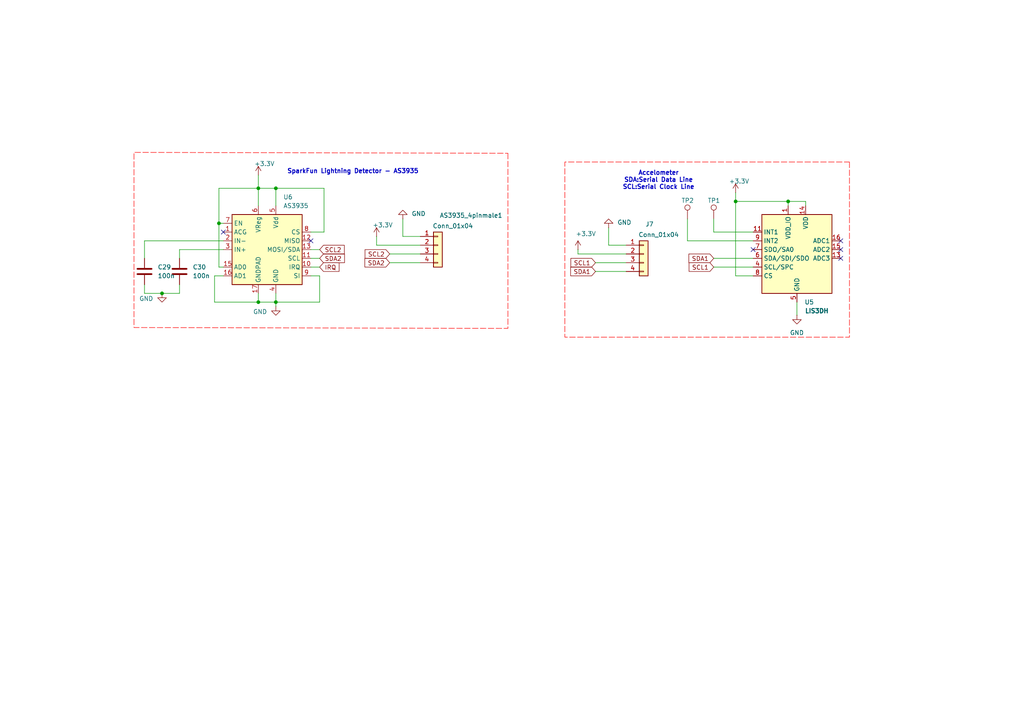
<source format=kicad_sch>
(kicad_sch
	(version 20250114)
	(generator "eeschema")
	(generator_version "9.0")
	(uuid "0506c0d7-8594-42ae-b254-8ad44f682d0c")
	(paper "A4")
	(lib_symbols
		(symbol "Connector:TestPoint"
			(pin_numbers
				(hide yes)
			)
			(pin_names
				(offset 0.762)
				(hide yes)
			)
			(exclude_from_sim no)
			(in_bom yes)
			(on_board yes)
			(property "Reference" "TP"
				(at 0 6.858 0)
				(effects
					(font
						(size 1.27 1.27)
					)
				)
			)
			(property "Value" "TestPoint"
				(at 0 5.08 0)
				(effects
					(font
						(size 1.27 1.27)
					)
				)
			)
			(property "Footprint" ""
				(at 5.08 0 0)
				(effects
					(font
						(size 1.27 1.27)
					)
					(hide yes)
				)
			)
			(property "Datasheet" "~"
				(at 5.08 0 0)
				(effects
					(font
						(size 1.27 1.27)
					)
					(hide yes)
				)
			)
			(property "Description" "test point"
				(at 0 0 0)
				(effects
					(font
						(size 1.27 1.27)
					)
					(hide yes)
				)
			)
			(property "ki_keywords" "test point tp"
				(at 0 0 0)
				(effects
					(font
						(size 1.27 1.27)
					)
					(hide yes)
				)
			)
			(property "ki_fp_filters" "Pin* Test*"
				(at 0 0 0)
				(effects
					(font
						(size 1.27 1.27)
					)
					(hide yes)
				)
			)
			(symbol "TestPoint_0_1"
				(circle
					(center 0 3.302)
					(radius 0.762)
					(stroke
						(width 0)
						(type default)
					)
					(fill
						(type none)
					)
				)
			)
			(symbol "TestPoint_1_1"
				(pin passive line
					(at 0 0 90)
					(length 2.54)
					(name "1"
						(effects
							(font
								(size 1.27 1.27)
							)
						)
					)
					(number "1"
						(effects
							(font
								(size 1.27 1.27)
							)
						)
					)
				)
			)
			(embedded_fonts no)
		)
		(symbol "Connector_Generic:Conn_01x04"
			(pin_names
				(offset 1.016)
				(hide yes)
			)
			(exclude_from_sim no)
			(in_bom yes)
			(on_board yes)
			(property "Reference" "J"
				(at 0 5.08 0)
				(effects
					(font
						(size 1.27 1.27)
					)
				)
			)
			(property "Value" "Conn_01x04"
				(at 0 -7.62 0)
				(effects
					(font
						(size 1.27 1.27)
					)
				)
			)
			(property "Footprint" ""
				(at 0 0 0)
				(effects
					(font
						(size 1.27 1.27)
					)
					(hide yes)
				)
			)
			(property "Datasheet" "~"
				(at 0 0 0)
				(effects
					(font
						(size 1.27 1.27)
					)
					(hide yes)
				)
			)
			(property "Description" "Generic connector, single row, 01x04, script generated (kicad-library-utils/schlib/autogen/connector/)"
				(at 0 0 0)
				(effects
					(font
						(size 1.27 1.27)
					)
					(hide yes)
				)
			)
			(property "ki_keywords" "connector"
				(at 0 0 0)
				(effects
					(font
						(size 1.27 1.27)
					)
					(hide yes)
				)
			)
			(property "ki_fp_filters" "Connector*:*_1x??_*"
				(at 0 0 0)
				(effects
					(font
						(size 1.27 1.27)
					)
					(hide yes)
				)
			)
			(symbol "Conn_01x04_1_1"
				(rectangle
					(start -1.27 3.81)
					(end 1.27 -6.35)
					(stroke
						(width 0.254)
						(type default)
					)
					(fill
						(type background)
					)
				)
				(rectangle
					(start -1.27 2.667)
					(end 0 2.413)
					(stroke
						(width 0.1524)
						(type default)
					)
					(fill
						(type none)
					)
				)
				(rectangle
					(start -1.27 0.127)
					(end 0 -0.127)
					(stroke
						(width 0.1524)
						(type default)
					)
					(fill
						(type none)
					)
				)
				(rectangle
					(start -1.27 -2.413)
					(end 0 -2.667)
					(stroke
						(width 0.1524)
						(type default)
					)
					(fill
						(type none)
					)
				)
				(rectangle
					(start -1.27 -4.953)
					(end 0 -5.207)
					(stroke
						(width 0.1524)
						(type default)
					)
					(fill
						(type none)
					)
				)
				(pin passive line
					(at -5.08 2.54 0)
					(length 3.81)
					(name "Pin_1"
						(effects
							(font
								(size 1.27 1.27)
							)
						)
					)
					(number "1"
						(effects
							(font
								(size 1.27 1.27)
							)
						)
					)
				)
				(pin passive line
					(at -5.08 0 0)
					(length 3.81)
					(name "Pin_2"
						(effects
							(font
								(size 1.27 1.27)
							)
						)
					)
					(number "2"
						(effects
							(font
								(size 1.27 1.27)
							)
						)
					)
				)
				(pin passive line
					(at -5.08 -2.54 0)
					(length 3.81)
					(name "Pin_3"
						(effects
							(font
								(size 1.27 1.27)
							)
						)
					)
					(number "3"
						(effects
							(font
								(size 1.27 1.27)
							)
						)
					)
				)
				(pin passive line
					(at -5.08 -5.08 0)
					(length 3.81)
					(name "Pin_4"
						(effects
							(font
								(size 1.27 1.27)
							)
						)
					)
					(number "4"
						(effects
							(font
								(size 1.27 1.27)
							)
						)
					)
				)
			)
			(embedded_fonts no)
		)
		(symbol "Device:C"
			(pin_numbers
				(hide yes)
			)
			(pin_names
				(offset 0.254)
			)
			(exclude_from_sim no)
			(in_bom yes)
			(on_board yes)
			(property "Reference" "C"
				(at 0.635 2.54 0)
				(effects
					(font
						(size 1.27 1.27)
					)
					(justify left)
				)
			)
			(property "Value" "C"
				(at 0.635 -2.54 0)
				(effects
					(font
						(size 1.27 1.27)
					)
					(justify left)
				)
			)
			(property "Footprint" ""
				(at 0.9652 -3.81 0)
				(effects
					(font
						(size 1.27 1.27)
					)
					(hide yes)
				)
			)
			(property "Datasheet" "~"
				(at 0 0 0)
				(effects
					(font
						(size 1.27 1.27)
					)
					(hide yes)
				)
			)
			(property "Description" "Unpolarized capacitor"
				(at 0 0 0)
				(effects
					(font
						(size 1.27 1.27)
					)
					(hide yes)
				)
			)
			(property "ki_keywords" "cap capacitor"
				(at 0 0 0)
				(effects
					(font
						(size 1.27 1.27)
					)
					(hide yes)
				)
			)
			(property "ki_fp_filters" "C_*"
				(at 0 0 0)
				(effects
					(font
						(size 1.27 1.27)
					)
					(hide yes)
				)
			)
			(symbol "C_0_1"
				(polyline
					(pts
						(xy -2.032 0.762) (xy 2.032 0.762)
					)
					(stroke
						(width 0.508)
						(type default)
					)
					(fill
						(type none)
					)
				)
				(polyline
					(pts
						(xy -2.032 -0.762) (xy 2.032 -0.762)
					)
					(stroke
						(width 0.508)
						(type default)
					)
					(fill
						(type none)
					)
				)
			)
			(symbol "C_1_1"
				(pin passive line
					(at 0 3.81 270)
					(length 2.794)
					(name "~"
						(effects
							(font
								(size 1.27 1.27)
							)
						)
					)
					(number "1"
						(effects
							(font
								(size 1.27 1.27)
							)
						)
					)
				)
				(pin passive line
					(at 0 -3.81 90)
					(length 2.794)
					(name "~"
						(effects
							(font
								(size 1.27 1.27)
							)
						)
					)
					(number "2"
						(effects
							(font
								(size 1.27 1.27)
							)
						)
					)
				)
			)
			(embedded_fonts no)
		)
		(symbol "Sensor:AS3935"
			(exclude_from_sim no)
			(in_bom yes)
			(on_board yes)
			(property "Reference" "U"
				(at 5.08 15.24 0)
				(effects
					(font
						(size 1.27 1.27)
					)
					(justify left)
				)
			)
			(property "Value" "AS3935"
				(at 5.08 12.7 0)
				(effects
					(font
						(size 1.27 1.27)
					)
					(justify left)
				)
			)
			(property "Footprint" "Package_DFN_QFN:MLPQ-16-1EP_4x4mm_P0.65mm_EP2.8x2.8mm"
				(at 20.32 22.86 0)
				(effects
					(font
						(size 1.27 1.27)
					)
					(hide yes)
				)
			)
			(property "Datasheet" "https://www.embeddedadventures.com/datasheets/AS3935_Datasheet_EN_v2.pdf"
				(at -2.54 0 0)
				(effects
					(font
						(size 1.27 1.27)
					)
					(hide yes)
				)
			)
			(property "Description" "Programmable fully integrated Lightning Sensor IC"
				(at 0 0 0)
				(effects
					(font
						(size 1.27 1.27)
					)
					(hide yes)
				)
			)
			(property "ki_keywords" "lightning sensor"
				(at 0 0 0)
				(effects
					(font
						(size 1.27 1.27)
					)
					(hide yes)
				)
			)
			(property "ki_fp_filters" "*MLPQ*16*1EP*4x4mm*P0.65mm*"
				(at 0 0 0)
				(effects
					(font
						(size 1.27 1.27)
					)
					(hide yes)
				)
			)
			(symbol "AS3935_0_1"
				(rectangle
					(start -10.16 10.16)
					(end 10.16 -10.16)
					(stroke
						(width 0.254)
						(type default)
					)
					(fill
						(type background)
					)
				)
			)
			(symbol "AS3935_1_1"
				(pin input line
					(at -12.7 7.62 0)
					(length 2.54)
					(name "EN"
						(effects
							(font
								(size 1.27 1.27)
							)
						)
					)
					(number "7"
						(effects
							(font
								(size 1.27 1.27)
							)
						)
					)
				)
				(pin input line
					(at -12.7 5.08 0)
					(length 2.54)
					(name "ACG"
						(effects
							(font
								(size 1.27 1.27)
							)
						)
					)
					(number "1"
						(effects
							(font
								(size 1.27 1.27)
							)
						)
					)
				)
				(pin input line
					(at -12.7 2.54 0)
					(length 2.54)
					(name "IN-"
						(effects
							(font
								(size 1.27 1.27)
							)
						)
					)
					(number "2"
						(effects
							(font
								(size 1.27 1.27)
							)
						)
					)
				)
				(pin input line
					(at -12.7 0 0)
					(length 2.54)
					(name "IN+"
						(effects
							(font
								(size 1.27 1.27)
							)
						)
					)
					(number "3"
						(effects
							(font
								(size 1.27 1.27)
							)
						)
					)
				)
				(pin input line
					(at -12.7 -5.08 0)
					(length 2.54)
					(name "AD0"
						(effects
							(font
								(size 1.27 1.27)
							)
						)
					)
					(number "15"
						(effects
							(font
								(size 1.27 1.27)
							)
						)
					)
				)
				(pin input line
					(at -12.7 -7.62 0)
					(length 2.54)
					(name "AD1"
						(effects
							(font
								(size 1.27 1.27)
							)
						)
					)
					(number "16"
						(effects
							(font
								(size 1.27 1.27)
							)
						)
					)
				)
				(pin passive line
					(at -2.54 12.7 270)
					(length 2.54)
					(name "VReg"
						(effects
							(font
								(size 1.27 1.27)
							)
						)
					)
					(number "6"
						(effects
							(font
								(size 1.27 1.27)
							)
						)
					)
				)
				(pin power_in line
					(at -2.54 -12.7 90)
					(length 2.54)
					(name "GNDPAD"
						(effects
							(font
								(size 1.27 1.27)
							)
						)
					)
					(number "17"
						(effects
							(font
								(size 1.27 1.27)
							)
						)
					)
				)
				(pin power_in line
					(at 2.54 12.7 270)
					(length 2.54)
					(name "Vdd"
						(effects
							(font
								(size 1.27 1.27)
							)
						)
					)
					(number "5"
						(effects
							(font
								(size 1.27 1.27)
							)
						)
					)
				)
				(pin power_in line
					(at 2.54 -12.7 90)
					(length 2.54)
					(name "GND"
						(effects
							(font
								(size 1.27 1.27)
							)
						)
					)
					(number "4"
						(effects
							(font
								(size 1.27 1.27)
							)
						)
					)
				)
				(pin input line
					(at 12.7 5.08 180)
					(length 2.54)
					(name "CS"
						(effects
							(font
								(size 1.27 1.27)
							)
						)
					)
					(number "8"
						(effects
							(font
								(size 1.27 1.27)
							)
						)
					)
				)
				(pin output line
					(at 12.7 2.54 180)
					(length 2.54)
					(name "MISO"
						(effects
							(font
								(size 1.27 1.27)
							)
						)
					)
					(number "12"
						(effects
							(font
								(size 1.27 1.27)
							)
						)
					)
				)
				(pin bidirectional line
					(at 12.7 0 180)
					(length 2.54)
					(name "MOSI/SDA"
						(effects
							(font
								(size 1.27 1.27)
							)
						)
					)
					(number "13"
						(effects
							(font
								(size 1.27 1.27)
							)
						)
					)
				)
				(pin bidirectional line
					(at 12.7 -2.54 180)
					(length 2.54)
					(name "SCL"
						(effects
							(font
								(size 1.27 1.27)
							)
						)
					)
					(number "11"
						(effects
							(font
								(size 1.27 1.27)
							)
						)
					)
				)
				(pin bidirectional line
					(at 12.7 -5.08 180)
					(length 2.54)
					(name "IRQ"
						(effects
							(font
								(size 1.27 1.27)
							)
						)
					)
					(number "10"
						(effects
							(font
								(size 1.27 1.27)
							)
						)
					)
				)
				(pin input line
					(at 12.7 -7.62 180)
					(length 2.54)
					(name "SI"
						(effects
							(font
								(size 1.27 1.27)
							)
						)
					)
					(number "9"
						(effects
							(font
								(size 1.27 1.27)
							)
						)
					)
				)
			)
			(embedded_fonts no)
		)
		(symbol "Sensor_Motion:LIS3DH"
			(exclude_from_sim no)
			(in_bom yes)
			(on_board yes)
			(property "Reference" "U"
				(at -7.62 11.43 0)
				(effects
					(font
						(size 1.27 1.27)
					)
				)
			)
			(property "Value" "LIS3DH"
				(at 6.35 11.43 0)
				(effects
					(font
						(size 1.27 1.27)
					)
				)
			)
			(property "Footprint" "Package_LGA:LGA-16_3x3mm_P0.5mm_LayoutBorder3x5y"
				(at 2.54 -26.67 0)
				(effects
					(font
						(size 1.27 1.27)
					)
					(hide yes)
				)
			)
			(property "Datasheet" "https://www.st.com/resource/en/datasheet/cd00274221.pdf"
				(at -5.08 -2.54 0)
				(effects
					(font
						(size 1.27 1.27)
					)
					(hide yes)
				)
			)
			(property "Description" "3-Axis Accelerometer, 2/4/8/16g range, I2C/SPI interface, LGA-16"
				(at 0 0 0)
				(effects
					(font
						(size 1.27 1.27)
					)
					(hide yes)
				)
			)
			(property "ki_keywords" "3-axis accelerometer i2c spi mems"
				(at 0 0 0)
				(effects
					(font
						(size 1.27 1.27)
					)
					(hide yes)
				)
			)
			(property "ki_fp_filters" "LGA*3x3mm*P0.5mm*LayoutBorder3x5y*"
				(at 0 0 0)
				(effects
					(font
						(size 1.27 1.27)
					)
					(hide yes)
				)
			)
			(symbol "LIS3DH_0_1"
				(rectangle
					(start -10.16 10.16)
					(end 10.16 -12.7)
					(stroke
						(width 0.254)
						(type default)
					)
					(fill
						(type background)
					)
				)
			)
			(symbol "LIS3DH_1_1"
				(pin output line
					(at -12.7 5.08 0)
					(length 2.54)
					(name "INT1"
						(effects
							(font
								(size 1.27 1.27)
							)
						)
					)
					(number "11"
						(effects
							(font
								(size 1.27 1.27)
							)
						)
					)
				)
				(pin output line
					(at -12.7 2.54 0)
					(length 2.54)
					(name "INT2"
						(effects
							(font
								(size 1.27 1.27)
							)
						)
					)
					(number "9"
						(effects
							(font
								(size 1.27 1.27)
							)
						)
					)
				)
				(pin bidirectional line
					(at -12.7 0 0)
					(length 2.54)
					(name "SDO/SA0"
						(effects
							(font
								(size 1.27 1.27)
							)
						)
					)
					(number "7"
						(effects
							(font
								(size 1.27 1.27)
							)
						)
					)
				)
				(pin bidirectional line
					(at -12.7 -2.54 0)
					(length 2.54)
					(name "SDA/SDI/SDO"
						(effects
							(font
								(size 1.27 1.27)
							)
						)
					)
					(number "6"
						(effects
							(font
								(size 1.27 1.27)
							)
						)
					)
				)
				(pin input line
					(at -12.7 -5.08 0)
					(length 2.54)
					(name "SCL/SPC"
						(effects
							(font
								(size 1.27 1.27)
							)
						)
					)
					(number "4"
						(effects
							(font
								(size 1.27 1.27)
							)
						)
					)
				)
				(pin input line
					(at -12.7 -7.62 0)
					(length 2.54)
					(name "CS"
						(effects
							(font
								(size 1.27 1.27)
							)
						)
					)
					(number "8"
						(effects
							(font
								(size 1.27 1.27)
							)
						)
					)
				)
				(pin power_in line
					(at -2.54 12.7 270)
					(length 2.54)
					(name "VDD_IO"
						(effects
							(font
								(size 1.27 1.27)
							)
						)
					)
					(number "1"
						(effects
							(font
								(size 1.27 1.27)
							)
						)
					)
				)
				(pin passive line
					(at 0 -15.24 90)
					(length 2.54)
					(hide yes)
					(name "GND"
						(effects
							(font
								(size 1.27 1.27)
							)
						)
					)
					(number "10"
						(effects
							(font
								(size 1.27 1.27)
							)
						)
					)
				)
				(pin passive line
					(at 0 -15.24 90)
					(length 2.54)
					(hide yes)
					(name "GND"
						(effects
							(font
								(size 1.27 1.27)
							)
						)
					)
					(number "12"
						(effects
							(font
								(size 1.27 1.27)
							)
						)
					)
				)
				(pin power_in line
					(at 0 -15.24 90)
					(length 2.54)
					(name "GND"
						(effects
							(font
								(size 1.27 1.27)
							)
						)
					)
					(number "5"
						(effects
							(font
								(size 1.27 1.27)
							)
						)
					)
				)
				(pin power_in line
					(at 2.54 12.7 270)
					(length 2.54)
					(name "VDD"
						(effects
							(font
								(size 1.27 1.27)
							)
						)
					)
					(number "14"
						(effects
							(font
								(size 1.27 1.27)
							)
						)
					)
				)
				(pin no_connect line
					(at 10.16 7.62 180)
					(length 2.54)
					(hide yes)
					(name "NC"
						(effects
							(font
								(size 1.27 1.27)
							)
						)
					)
					(number "3"
						(effects
							(font
								(size 1.27 1.27)
							)
						)
					)
				)
				(pin no_connect line
					(at 10.16 5.08 180)
					(length 2.54)
					(hide yes)
					(name "NC"
						(effects
							(font
								(size 1.27 1.27)
							)
						)
					)
					(number "2"
						(effects
							(font
								(size 1.27 1.27)
							)
						)
					)
				)
				(pin input line
					(at 12.7 2.54 180)
					(length 2.54)
					(name "ADC1"
						(effects
							(font
								(size 1.27 1.27)
							)
						)
					)
					(number "16"
						(effects
							(font
								(size 1.27 1.27)
							)
						)
					)
				)
				(pin input line
					(at 12.7 0 180)
					(length 2.54)
					(name "ADC2"
						(effects
							(font
								(size 1.27 1.27)
							)
						)
					)
					(number "15"
						(effects
							(font
								(size 1.27 1.27)
							)
						)
					)
				)
				(pin input line
					(at 12.7 -2.54 180)
					(length 2.54)
					(name "ADC3"
						(effects
							(font
								(size 1.27 1.27)
							)
						)
					)
					(number "13"
						(effects
							(font
								(size 1.27 1.27)
							)
						)
					)
				)
			)
			(embedded_fonts no)
		)
		(symbol "power:+3.3V"
			(power)
			(pin_numbers
				(hide yes)
			)
			(pin_names
				(offset 0)
				(hide yes)
			)
			(exclude_from_sim no)
			(in_bom yes)
			(on_board yes)
			(property "Reference" "#PWR"
				(at 0 -3.81 0)
				(effects
					(font
						(size 1.27 1.27)
					)
					(hide yes)
				)
			)
			(property "Value" "+3.3V"
				(at 0 3.556 0)
				(effects
					(font
						(size 1.27 1.27)
					)
				)
			)
			(property "Footprint" ""
				(at 0 0 0)
				(effects
					(font
						(size 1.27 1.27)
					)
					(hide yes)
				)
			)
			(property "Datasheet" ""
				(at 0 0 0)
				(effects
					(font
						(size 1.27 1.27)
					)
					(hide yes)
				)
			)
			(property "Description" "Power symbol creates a global label with name \"+3.3V\""
				(at 0 0 0)
				(effects
					(font
						(size 1.27 1.27)
					)
					(hide yes)
				)
			)
			(property "ki_keywords" "global power"
				(at 0 0 0)
				(effects
					(font
						(size 1.27 1.27)
					)
					(hide yes)
				)
			)
			(symbol "+3.3V_0_1"
				(polyline
					(pts
						(xy -0.762 1.27) (xy 0 2.54)
					)
					(stroke
						(width 0)
						(type default)
					)
					(fill
						(type none)
					)
				)
				(polyline
					(pts
						(xy 0 2.54) (xy 0.762 1.27)
					)
					(stroke
						(width 0)
						(type default)
					)
					(fill
						(type none)
					)
				)
				(polyline
					(pts
						(xy 0 0) (xy 0 2.54)
					)
					(stroke
						(width 0)
						(type default)
					)
					(fill
						(type none)
					)
				)
			)
			(symbol "+3.3V_1_1"
				(pin power_in line
					(at 0 0 90)
					(length 0)
					(name "~"
						(effects
							(font
								(size 1.27 1.27)
							)
						)
					)
					(number "1"
						(effects
							(font
								(size 1.27 1.27)
							)
						)
					)
				)
			)
			(embedded_fonts no)
		)
		(symbol "power:GND"
			(power)
			(pin_numbers
				(hide yes)
			)
			(pin_names
				(offset 0)
				(hide yes)
			)
			(exclude_from_sim no)
			(in_bom yes)
			(on_board yes)
			(property "Reference" "#PWR"
				(at 0 -6.35 0)
				(effects
					(font
						(size 1.27 1.27)
					)
					(hide yes)
				)
			)
			(property "Value" "GND"
				(at 0 -3.81 0)
				(effects
					(font
						(size 1.27 1.27)
					)
				)
			)
			(property "Footprint" ""
				(at 0 0 0)
				(effects
					(font
						(size 1.27 1.27)
					)
					(hide yes)
				)
			)
			(property "Datasheet" ""
				(at 0 0 0)
				(effects
					(font
						(size 1.27 1.27)
					)
					(hide yes)
				)
			)
			(property "Description" "Power symbol creates a global label with name \"GND\" , ground"
				(at 0 0 0)
				(effects
					(font
						(size 1.27 1.27)
					)
					(hide yes)
				)
			)
			(property "ki_keywords" "global power"
				(at 0 0 0)
				(effects
					(font
						(size 1.27 1.27)
					)
					(hide yes)
				)
			)
			(symbol "GND_0_1"
				(polyline
					(pts
						(xy 0 0) (xy 0 -1.27) (xy 1.27 -1.27) (xy 0 -2.54) (xy -1.27 -1.27) (xy 0 -1.27)
					)
					(stroke
						(width 0)
						(type default)
					)
					(fill
						(type none)
					)
				)
			)
			(symbol "GND_1_1"
				(pin power_in line
					(at 0 0 270)
					(length 0)
					(name "~"
						(effects
							(font
								(size 1.27 1.27)
							)
						)
					)
					(number "1"
						(effects
							(font
								(size 1.27 1.27)
							)
						)
					)
				)
			)
			(embedded_fonts no)
		)
	)
	(text "SparkFun Lightning Detector - AS3935\n"
		(exclude_from_sim no)
		(at 102.362 49.784 0)
		(effects
			(font
				(size 1.27 1.27)
				(thickness 0.254)
				(bold yes)
			)
		)
		(uuid "5190ad09-d593-4377-9478-15e1e52cf371")
	)
	(text "Accelometer\nSDA:Serial Data Line\nSCL:Serial Clock Line"
		(exclude_from_sim no)
		(at 191.008 52.324 0)
		(effects
			(font
				(size 1.27 1.27)
				(thickness 0.254)
				(bold yes)
			)
		)
		(uuid "9ca2472a-c3e0-4580-8233-0e4952095033")
	)
	(junction
		(at 74.93 54.61)
		(diameter 0)
		(color 0 0 0 0)
		(uuid "09f7f34a-9a8e-459e-b32c-3f2dc3cecdd4")
	)
	(junction
		(at 46.99 85.09)
		(diameter 0)
		(color 0 0 0 0)
		(uuid "2c7605ca-b8a2-4324-9894-2b9c8a1856d3")
	)
	(junction
		(at 80.01 87.63)
		(diameter 0)
		(color 0 0 0 0)
		(uuid "64c93b44-6055-4d04-ac1f-b0e951481d99")
	)
	(junction
		(at 74.93 87.63)
		(diameter 0)
		(color 0 0 0 0)
		(uuid "afced630-0587-4aeb-9d93-73af45c7230c")
	)
	(junction
		(at 63.5 64.77)
		(diameter 0)
		(color 0 0 0 0)
		(uuid "e2edef25-d986-4180-a3a1-c7c7dd03f43b")
	)
	(junction
		(at 80.01 54.61)
		(diameter 0)
		(color 0 0 0 0)
		(uuid "e9cde2ee-2325-449f-8023-d0d2a1c5ad6e")
	)
	(junction
		(at 228.6 58.42)
		(diameter 0)
		(color 0 0 0 0)
		(uuid "f6fb0a64-ed49-40cd-acd9-f0ffd2c74587")
	)
	(junction
		(at 213.36 58.42)
		(diameter 0)
		(color 0 0 0 0)
		(uuid "f9884d31-4055-464d-a48b-8811ed851347")
	)
	(no_connect
		(at 218.44 72.39)
		(uuid "19d28eb1-19c2-4139-b6a3-9663aaf4a11a")
	)
	(no_connect
		(at 243.84 74.93)
		(uuid "252f55a5-a54c-4f5c-a3cc-8ed22027920f")
	)
	(no_connect
		(at 243.84 72.39)
		(uuid "3f4e8f29-aa3f-499a-ac6e-15befef9017e")
	)
	(no_connect
		(at 243.84 69.85)
		(uuid "4c52c83b-fded-4f02-9d3f-7f3e06befc66")
	)
	(no_connect
		(at 64.77 67.31)
		(uuid "cb1cfe2a-19e3-42d8-a044-d20f152cea91")
	)
	(no_connect
		(at 90.17 69.85)
		(uuid "fb817b73-533d-4145-8cd2-889609f6594b")
	)
	(wire
		(pts
			(xy 52.07 85.09) (xy 46.99 85.09)
		)
		(stroke
			(width 0)
			(type default)
		)
		(uuid "00c67f71-8917-4d85-824d-e702dd6c5e3c")
	)
	(wire
		(pts
			(xy 90.17 67.31) (xy 93.98 67.31)
		)
		(stroke
			(width 0)
			(type default)
		)
		(uuid "0208c505-ca6b-4ff5-9c12-192ae936b1ba")
	)
	(wire
		(pts
			(xy 74.93 54.61) (xy 74.93 59.69)
		)
		(stroke
			(width 0)
			(type default)
		)
		(uuid "06841738-fde5-44ad-a495-2d6862fd933e")
	)
	(wire
		(pts
			(xy 80.01 85.09) (xy 80.01 87.63)
		)
		(stroke
			(width 0)
			(type default)
		)
		(uuid "06a49814-9cc3-4a0f-a5db-c7d6b844ca99")
	)
	(wire
		(pts
			(xy 90.17 72.39) (xy 92.71 72.39)
		)
		(stroke
			(width 0)
			(type default)
		)
		(uuid "0a68da09-a8f0-48c8-a6fa-0191ac38ae17")
	)
	(wire
		(pts
			(xy 93.98 67.31) (xy 93.98 54.61)
		)
		(stroke
			(width 0)
			(type default)
		)
		(uuid "0f6cf935-13b9-44c3-b475-b5795d5a75e4")
	)
	(wire
		(pts
			(xy 64.77 80.01) (xy 62.23 80.01)
		)
		(stroke
			(width 0)
			(type default)
		)
		(uuid "1063bfe6-2b54-4848-9d74-de4cb1be29b6")
	)
	(wire
		(pts
			(xy 218.44 69.85) (xy 199.39 69.85)
		)
		(stroke
			(width 0)
			(type default)
		)
		(uuid "1064a339-29ce-447f-b043-f2d618b01f48")
	)
	(wire
		(pts
			(xy 207.01 77.47) (xy 218.44 77.47)
		)
		(stroke
			(width 0)
			(type default)
		)
		(uuid "130d617f-2903-432a-9557-a430ac88a332")
	)
	(wire
		(pts
			(xy 80.01 87.63) (xy 80.01 88.9)
		)
		(stroke
			(width 0)
			(type default)
		)
		(uuid "134c55ff-1e5b-4a28-852d-9704221513f3")
	)
	(wire
		(pts
			(xy 41.91 69.85) (xy 64.77 69.85)
		)
		(stroke
			(width 0)
			(type default)
		)
		(uuid "14ae67e3-8777-417e-a6b7-30713ef9ec71")
	)
	(wire
		(pts
			(xy 113.03 76.2) (xy 121.92 76.2)
		)
		(stroke
			(width 0)
			(type default)
		)
		(uuid "1682f4a8-c513-4de0-a4c8-386411cce043")
	)
	(wire
		(pts
			(xy 92.71 80.01) (xy 92.71 87.63)
		)
		(stroke
			(width 0)
			(type default)
		)
		(uuid "1aeca8ee-cdd5-4199-91ca-e00b1e6a4aa9")
	)
	(wire
		(pts
			(xy 199.39 69.85) (xy 199.39 63.5)
		)
		(stroke
			(width 0)
			(type default)
		)
		(uuid "1cc7c7fe-0b2f-4d98-bf74-a1df025e5ae1")
	)
	(wire
		(pts
			(xy 228.6 58.42) (xy 213.36 58.42)
		)
		(stroke
			(width 0)
			(type default)
		)
		(uuid "1f5ba86b-8172-4475-90cd-154304f93063")
	)
	(wire
		(pts
			(xy 63.5 77.47) (xy 63.5 64.77)
		)
		(stroke
			(width 0)
			(type default)
		)
		(uuid "25980d53-7ad0-4bc4-80f6-d9f4348695d5")
	)
	(wire
		(pts
			(xy 213.36 80.01) (xy 213.36 58.42)
		)
		(stroke
			(width 0)
			(type default)
		)
		(uuid "29c39851-b929-4452-8327-c1cce19384d4")
	)
	(wire
		(pts
			(xy 62.23 87.63) (xy 74.93 87.63)
		)
		(stroke
			(width 0)
			(type default)
		)
		(uuid "2d925cb8-9888-493c-b8e6-2b76e4c77f6f")
	)
	(wire
		(pts
			(xy 92.71 87.63) (xy 80.01 87.63)
		)
		(stroke
			(width 0)
			(type default)
		)
		(uuid "2eb0f653-dd5e-49ba-86f1-b634d7ed9a1c")
	)
	(wire
		(pts
			(xy 113.03 73.66) (xy 121.92 73.66)
		)
		(stroke
			(width 0)
			(type default)
		)
		(uuid "33af29f2-64ed-4a2f-9acc-7a9d132ef304")
	)
	(wire
		(pts
			(xy 90.17 80.01) (xy 92.71 80.01)
		)
		(stroke
			(width 0)
			(type default)
		)
		(uuid "386c8729-8947-494a-b106-3a0fa571ee2e")
	)
	(wire
		(pts
			(xy 207.01 74.93) (xy 218.44 74.93)
		)
		(stroke
			(width 0)
			(type default)
		)
		(uuid "39e4301e-5a3f-4708-bc37-12716afad6d4")
	)
	(wire
		(pts
			(xy 218.44 80.01) (xy 213.36 80.01)
		)
		(stroke
			(width 0)
			(type default)
		)
		(uuid "3a0071fb-a07b-4106-8436-9dbfc4e32b7e")
	)
	(wire
		(pts
			(xy 41.91 82.55) (xy 41.91 85.09)
		)
		(stroke
			(width 0)
			(type default)
		)
		(uuid "3b0a1090-9479-43a7-bd17-957c17d2c7dc")
	)
	(wire
		(pts
			(xy 74.93 85.09) (xy 74.93 87.63)
		)
		(stroke
			(width 0)
			(type default)
		)
		(uuid "44b0cdfb-0b3f-47c2-9cee-9cb8af16f80a")
	)
	(wire
		(pts
			(xy 167.64 73.66) (xy 181.61 73.66)
		)
		(stroke
			(width 0)
			(type default)
		)
		(uuid "47b8db8e-73c6-425b-baa8-e122a5803488")
	)
	(wire
		(pts
			(xy 109.22 71.12) (xy 109.22 68.58)
		)
		(stroke
			(width 0)
			(type default)
		)
		(uuid "482bf033-e123-476e-bc5d-50bbb98b065b")
	)
	(wire
		(pts
			(xy 41.91 85.09) (xy 46.99 85.09)
		)
		(stroke
			(width 0)
			(type default)
		)
		(uuid "4ad5beaf-c38d-45df-a697-e3f7b2d8f0e9")
	)
	(wire
		(pts
			(xy 63.5 54.61) (xy 74.93 54.61)
		)
		(stroke
			(width 0)
			(type default)
		)
		(uuid "4c0c660e-d148-4656-a974-77c370c7f194")
	)
	(wire
		(pts
			(xy 74.93 87.63) (xy 80.01 87.63)
		)
		(stroke
			(width 0)
			(type default)
		)
		(uuid "4d05c543-edef-4503-a00c-5281438c7723")
	)
	(wire
		(pts
			(xy 52.07 72.39) (xy 64.77 72.39)
		)
		(stroke
			(width 0)
			(type default)
		)
		(uuid "527d4331-3848-4421-8574-762cea8d73e1")
	)
	(wire
		(pts
			(xy 121.92 68.58) (xy 116.84 68.58)
		)
		(stroke
			(width 0)
			(type default)
		)
		(uuid "53e30e23-273d-4b40-9930-f88a2e31cecd")
	)
	(wire
		(pts
			(xy 233.68 59.69) (xy 233.68 58.42)
		)
		(stroke
			(width 0)
			(type default)
		)
		(uuid "55459c0c-ba4f-48d8-a8ab-edb449e0eab9")
	)
	(wire
		(pts
			(xy 90.17 77.47) (xy 92.71 77.47)
		)
		(stroke
			(width 0)
			(type default)
		)
		(uuid "55efe70d-54f2-46ee-9b86-4dd18f7968d6")
	)
	(wire
		(pts
			(xy 172.72 76.2) (xy 181.61 76.2)
		)
		(stroke
			(width 0)
			(type default)
		)
		(uuid "5c918eae-3741-41bc-8007-0d9db09ab3d7")
	)
	(wire
		(pts
			(xy 109.22 71.12) (xy 121.92 71.12)
		)
		(stroke
			(width 0)
			(type default)
		)
		(uuid "60b6208d-60a0-4e5d-9f3e-c6b3cf5316df")
	)
	(wire
		(pts
			(xy 207.01 67.31) (xy 207.01 63.5)
		)
		(stroke
			(width 0)
			(type default)
		)
		(uuid "61651789-bc21-439c-b2a0-57bdc601ec6a")
	)
	(wire
		(pts
			(xy 228.6 59.69) (xy 228.6 58.42)
		)
		(stroke
			(width 0)
			(type default)
		)
		(uuid "686790c5-049e-45ab-8210-81a542481247")
	)
	(wire
		(pts
			(xy 231.14 87.63) (xy 231.14 91.44)
		)
		(stroke
			(width 0)
			(type default)
		)
		(uuid "7a91babc-249d-4585-98a6-af7b9e389554")
	)
	(wire
		(pts
			(xy 62.23 80.01) (xy 62.23 87.63)
		)
		(stroke
			(width 0)
			(type default)
		)
		(uuid "978c4edb-dbc6-4df4-968a-b7eba6659f1e")
	)
	(wire
		(pts
			(xy 90.17 74.93) (xy 92.71 74.93)
		)
		(stroke
			(width 0)
			(type default)
		)
		(uuid "9b5d79fe-a906-4cdf-95c9-ed2da023977f")
	)
	(wire
		(pts
			(xy 176.53 71.12) (xy 176.53 66.04)
		)
		(stroke
			(width 0)
			(type default)
		)
		(uuid "a0e9e04d-3dac-4059-949c-31d6459ae26d")
	)
	(wire
		(pts
			(xy 80.01 54.61) (xy 74.93 54.61)
		)
		(stroke
			(width 0)
			(type default)
		)
		(uuid "a1c89ca6-fd66-4117-8b8d-d0091616da7f")
	)
	(wire
		(pts
			(xy 80.01 54.61) (xy 80.01 59.69)
		)
		(stroke
			(width 0)
			(type default)
		)
		(uuid "a3ac8f1b-e894-4c8f-b245-cc5997ecc998")
	)
	(wire
		(pts
			(xy 52.07 82.55) (xy 52.07 85.09)
		)
		(stroke
			(width 0)
			(type default)
		)
		(uuid "a4a6d4d9-74d7-49fa-9346-334bcf239892")
	)
	(wire
		(pts
			(xy 64.77 77.47) (xy 63.5 77.47)
		)
		(stroke
			(width 0)
			(type default)
		)
		(uuid "b858a590-c83f-4ee5-a6fd-27d5960b81f3")
	)
	(wire
		(pts
			(xy 167.64 73.66) (xy 167.64 72.39)
		)
		(stroke
			(width 0)
			(type default)
		)
		(uuid "ba07e977-38e9-46b7-86e4-7767b7368acd")
	)
	(wire
		(pts
			(xy 172.72 78.74) (xy 181.61 78.74)
		)
		(stroke
			(width 0)
			(type default)
		)
		(uuid "c1604708-8343-451d-a2fe-b0c630130cfa")
	)
	(wire
		(pts
			(xy 116.84 68.58) (xy 116.84 63.5)
		)
		(stroke
			(width 0)
			(type default)
		)
		(uuid "c3ce82b1-7482-4201-8fc9-2f32e91a5a84")
	)
	(wire
		(pts
			(xy 213.36 58.42) (xy 213.36 55.88)
		)
		(stroke
			(width 0)
			(type default)
		)
		(uuid "cc80da4d-1e8c-4db7-83a7-6977eaa0ae0d")
	)
	(wire
		(pts
			(xy 63.5 64.77) (xy 63.5 54.61)
		)
		(stroke
			(width 0)
			(type default)
		)
		(uuid "cdd3969b-fa69-43d8-a903-17425dcd43c4")
	)
	(wire
		(pts
			(xy 181.61 71.12) (xy 176.53 71.12)
		)
		(stroke
			(width 0)
			(type default)
		)
		(uuid "dbeff7f3-13bf-4f8e-b842-4c665987b6a4")
	)
	(wire
		(pts
			(xy 93.98 54.61) (xy 80.01 54.61)
		)
		(stroke
			(width 0)
			(type default)
		)
		(uuid "dec11602-3156-451d-b471-6d3493f16d4a")
	)
	(wire
		(pts
			(xy 52.07 74.93) (xy 52.07 72.39)
		)
		(stroke
			(width 0)
			(type default)
		)
		(uuid "e6406076-a29d-488f-b324-66b4c5f3a86b")
	)
	(wire
		(pts
			(xy 64.77 64.77) (xy 63.5 64.77)
		)
		(stroke
			(width 0)
			(type default)
		)
		(uuid "e6b3a93a-e5ad-4d1c-9bfb-cae5f682169a")
	)
	(wire
		(pts
			(xy 74.93 50.8) (xy 74.93 54.61)
		)
		(stroke
			(width 0)
			(type default)
		)
		(uuid "e79a279c-f19e-4e63-bb1b-227ca2954772")
	)
	(wire
		(pts
			(xy 41.91 74.93) (xy 41.91 69.85)
		)
		(stroke
			(width 0)
			(type default)
		)
		(uuid "f46a3cb7-fe9f-4e94-9182-6d00fd7dde23")
	)
	(wire
		(pts
			(xy 218.44 67.31) (xy 207.01 67.31)
		)
		(stroke
			(width 0)
			(type default)
		)
		(uuid "fd958d88-f9b1-47cb-9bcc-2293880eed85")
	)
	(wire
		(pts
			(xy 233.68 58.42) (xy 228.6 58.42)
		)
		(stroke
			(width 0)
			(type default)
		)
		(uuid "fe253e2e-a994-4c00-bfe5-85027e1f5a34")
	)
	(global_label "SCL2"
		(shape input)
		(at 113.03 73.66 180)
		(fields_autoplaced yes)
		(effects
			(font
				(size 1.27 1.27)
			)
			(justify right)
		)
		(uuid "27f57b37-6a86-49c1-84fd-1389a9399d9c")
		(property "Intersheetrefs" "${INTERSHEET_REFS}"
			(at 105.3277 73.66 0)
			(effects
				(font
					(size 1.27 1.27)
				)
				(justify right)
				(hide yes)
			)
		)
	)
	(global_label "SCL2"
		(shape input)
		(at 92.71 72.39 0)
		(fields_autoplaced yes)
		(effects
			(font
				(size 1.27 1.27)
			)
			(justify left)
		)
		(uuid "3b8501eb-8c81-453f-886d-2386335412e4")
		(property "Intersheetrefs" "${INTERSHEET_REFS}"
			(at 100.4123 72.39 0)
			(effects
				(font
					(size 1.27 1.27)
				)
				(justify left)
				(hide yes)
			)
		)
	)
	(global_label "SDA1"
		(shape input)
		(at 172.72 78.74 180)
		(fields_autoplaced yes)
		(effects
			(font
				(size 1.27 1.27)
			)
			(justify right)
		)
		(uuid "61bf4500-bb2a-411f-ac1a-185fb1cd09ee")
		(property "Intersheetrefs" "${INTERSHEET_REFS}"
			(at 164.9572 78.74 0)
			(effects
				(font
					(size 1.27 1.27)
				)
				(justify right)
				(hide yes)
			)
		)
	)
	(global_label "SDA1"
		(shape input)
		(at 207.01 74.93 180)
		(fields_autoplaced yes)
		(effects
			(font
				(size 1.27 1.27)
			)
			(justify right)
		)
		(uuid "8ed7174e-4c8f-4850-bd3e-01ca6079061f")
		(property "Intersheetrefs" "${INTERSHEET_REFS}"
			(at 199.2472 74.93 0)
			(effects
				(font
					(size 1.27 1.27)
				)
				(justify right)
				(hide yes)
			)
		)
	)
	(global_label "SDA2"
		(shape input)
		(at 113.03 76.2 180)
		(fields_autoplaced yes)
		(effects
			(font
				(size 1.27 1.27)
			)
			(justify right)
		)
		(uuid "a35c50cc-bb1a-4b21-af5b-645d0eb503b8")
		(property "Intersheetrefs" "${INTERSHEET_REFS}"
			(at 105.2672 76.2 0)
			(effects
				(font
					(size 1.27 1.27)
				)
				(justify right)
				(hide yes)
			)
		)
	)
	(global_label "SCL1"
		(shape input)
		(at 207.01 77.47 180)
		(fields_autoplaced yes)
		(effects
			(font
				(size 1.27 1.27)
			)
			(justify right)
		)
		(uuid "aca1b15b-04b9-4b83-9905-2cb5fb93cfc3")
		(property "Intersheetrefs" "${INTERSHEET_REFS}"
			(at 199.3077 77.47 0)
			(effects
				(font
					(size 1.27 1.27)
				)
				(justify right)
				(hide yes)
			)
		)
	)
	(global_label "SDA2"
		(shape input)
		(at 92.71 74.93 0)
		(fields_autoplaced yes)
		(effects
			(font
				(size 1.27 1.27)
			)
			(justify left)
		)
		(uuid "b87de976-ffcb-4c2f-92e6-4329a42d4612")
		(property "Intersheetrefs" "${INTERSHEET_REFS}"
			(at 100.4728 74.93 0)
			(effects
				(font
					(size 1.27 1.27)
				)
				(justify left)
				(hide yes)
			)
		)
	)
	(global_label "IRQ"
		(shape input)
		(at 92.71 77.47 0)
		(fields_autoplaced yes)
		(effects
			(font
				(size 1.27 1.27)
			)
			(justify left)
		)
		(uuid "bcd5396a-5525-431e-847e-f9fb05a69374")
		(property "Intersheetrefs" "${INTERSHEET_REFS}"
			(at 98.9005 77.47 0)
			(effects
				(font
					(size 1.27 1.27)
				)
				(justify left)
				(hide yes)
			)
		)
	)
	(global_label "SCL1"
		(shape input)
		(at 172.72 76.2 180)
		(fields_autoplaced yes)
		(effects
			(font
				(size 1.27 1.27)
			)
			(justify right)
		)
		(uuid "fdb4b8aa-cdfe-45ec-923f-155a72983f01")
		(property "Intersheetrefs" "${INTERSHEET_REFS}"
			(at 165.0177 76.2 0)
			(effects
				(font
					(size 1.27 1.27)
				)
				(justify right)
				(hide yes)
			)
		)
	)
	(rule_area
		(polyline
			(pts
				(xy 147.32 44.45) (xy 147.32 95.25) (xy 38.862 94.996) (xy 38.862 44.196)
			)
			(stroke
				(width 0)
				(type dash)
			)
			(fill
				(type none)
			)
			(uuid 5a270182-128f-47d6-93db-d1b726e8a04b)
		)
	)
	(rule_area
		(polyline
			(pts
				(xy 246.38 46.99) (xy 246.38 97.79) (xy 163.83 97.79) (xy 163.83 46.99)
			)
			(stroke
				(width 0)
				(type dash)
			)
			(fill
				(type none)
			)
			(uuid e2c774dc-904e-4a95-9a99-99fd4210940a)
		)
	)
	(symbol
		(lib_id "power:+3.3V")
		(at 109.22 68.58 0)
		(unit 1)
		(exclude_from_sim no)
		(in_bom yes)
		(on_board yes)
		(dnp no)
		(uuid "34fcc5a6-443a-4187-977d-59dee2e14357")
		(property "Reference" "#PWR068"
			(at 109.22 72.39 0)
			(effects
				(font
					(size 1.27 1.27)
				)
				(hide yes)
			)
		)
		(property "Value" "+3.3V"
			(at 110.998 65.278 0)
			(effects
				(font
					(size 1.27 1.27)
				)
			)
		)
		(property "Footprint" ""
			(at 109.22 68.58 0)
			(effects
				(font
					(size 1.27 1.27)
				)
				(hide yes)
			)
		)
		(property "Datasheet" ""
			(at 109.22 68.58 0)
			(effects
				(font
					(size 1.27 1.27)
				)
				(hide yes)
			)
		)
		(property "Description" "Power symbol creates a global label with name \"+3.3V\""
			(at 109.22 68.58 0)
			(effects
				(font
					(size 1.27 1.27)
				)
				(hide yes)
			)
		)
		(pin "1"
			(uuid "86de74b3-b11a-4908-bc96-a6ebee15ab20")
		)
		(instances
			(project "STM32"
				(path "/a7a1c83c-38c9-4707-8c0b-8c0b2006591e/83d5e1c6-2fe8-48b1-a07c-ea1267c6fa5d"
					(reference "#PWR068")
					(unit 1)
				)
			)
		)
	)
	(symbol
		(lib_id "power:GND")
		(at 80.01 88.9 0)
		(unit 1)
		(exclude_from_sim no)
		(in_bom yes)
		(on_board yes)
		(dnp no)
		(uuid "47ca3a3a-6bbd-4283-bb20-58de2706210a")
		(property "Reference" "#PWR071"
			(at 80.01 95.25 0)
			(effects
				(font
					(size 1.27 1.27)
				)
				(hide yes)
			)
		)
		(property "Value" "GND"
			(at 75.438 90.424 0)
			(effects
				(font
					(size 1.27 1.27)
				)
			)
		)
		(property "Footprint" ""
			(at 80.01 88.9 0)
			(effects
				(font
					(size 1.27 1.27)
				)
				(hide yes)
			)
		)
		(property "Datasheet" ""
			(at 80.01 88.9 0)
			(effects
				(font
					(size 1.27 1.27)
				)
				(hide yes)
			)
		)
		(property "Description" "Power symbol creates a global label with name \"GND\" , ground"
			(at 80.01 88.9 0)
			(effects
				(font
					(size 1.27 1.27)
				)
				(hide yes)
			)
		)
		(pin "1"
			(uuid "46e2f24b-86c8-4359-8457-eb68c240c9a4")
		)
		(instances
			(project "STM32"
				(path "/a7a1c83c-38c9-4707-8c0b-8c0b2006591e/83d5e1c6-2fe8-48b1-a07c-ea1267c6fa5d"
					(reference "#PWR071")
					(unit 1)
				)
			)
		)
	)
	(symbol
		(lib_id "Connector_Generic:Conn_01x04")
		(at 186.69 73.66 0)
		(unit 1)
		(exclude_from_sim no)
		(in_bom yes)
		(on_board yes)
		(dnp no)
		(uuid "6b2c0dd2-b13a-4a5a-b7de-6af00e6541c6")
		(property "Reference" "J7"
			(at 187.198 65.024 0)
			(effects
				(font
					(size 1.27 1.27)
				)
				(justify left)
			)
		)
		(property "Value" "Conn_01x04"
			(at 185.166 68.072 0)
			(effects
				(font
					(size 1.27 1.27)
				)
				(justify left)
			)
		)
		(property "Footprint" "Connector_PinHeader_2.54mm:PinHeader_1x04_P2.54mm_Vertical"
			(at 186.69 73.66 0)
			(effects
				(font
					(size 1.27 1.27)
				)
				(hide yes)
			)
		)
		(property "Datasheet" "~"
			(at 186.69 73.66 0)
			(effects
				(font
					(size 1.27 1.27)
				)
				(hide yes)
			)
		)
		(property "Description" "Generic connector, single row, 01x04, script generated (kicad-library-utils/schlib/autogen/connector/)"
			(at 186.69 73.66 0)
			(effects
				(font
					(size 1.27 1.27)
				)
				(hide yes)
			)
		)
		(pin "1"
			(uuid "0addc6cc-aa60-4d35-9103-f8a9663b9541")
		)
		(pin "2"
			(uuid "6b8e07ed-8f06-4fbc-9ce3-f038fb007689")
		)
		(pin "3"
			(uuid "24b47e6a-7dda-4166-9edc-7affbb45e75d")
		)
		(pin "4"
			(uuid "72c96808-ce62-4d19-ad48-e2d604c93101")
		)
		(instances
			(project "STM32"
				(path "/a7a1c83c-38c9-4707-8c0b-8c0b2006591e/83d5e1c6-2fe8-48b1-a07c-ea1267c6fa5d"
					(reference "J7")
					(unit 1)
				)
			)
		)
	)
	(symbol
		(lib_id "power:GND")
		(at 231.14 91.44 0)
		(unit 1)
		(exclude_from_sim no)
		(in_bom yes)
		(on_board yes)
		(dnp no)
		(fields_autoplaced yes)
		(uuid "70e14864-988f-487f-bbb5-295bd26b5fc0")
		(property "Reference" "#PWR046"
			(at 231.14 97.79 0)
			(effects
				(font
					(size 1.27 1.27)
				)
				(hide yes)
			)
		)
		(property "Value" "GND"
			(at 231.14 96.52 0)
			(effects
				(font
					(size 1.27 1.27)
				)
			)
		)
		(property "Footprint" ""
			(at 231.14 91.44 0)
			(effects
				(font
					(size 1.27 1.27)
				)
				(hide yes)
			)
		)
		(property "Datasheet" ""
			(at 231.14 91.44 0)
			(effects
				(font
					(size 1.27 1.27)
				)
				(hide yes)
			)
		)
		(property "Description" "Power symbol creates a global label with name \"GND\" , ground"
			(at 231.14 91.44 0)
			(effects
				(font
					(size 1.27 1.27)
				)
				(hide yes)
			)
		)
		(pin "1"
			(uuid "24fd1c16-1f5b-45d5-951c-c0be1f40824f")
		)
		(instances
			(project "STM32"
				(path "/a7a1c83c-38c9-4707-8c0b-8c0b2006591e/83d5e1c6-2fe8-48b1-a07c-ea1267c6fa5d"
					(reference "#PWR046")
					(unit 1)
				)
			)
		)
	)
	(symbol
		(lib_id "power:+3.3V")
		(at 74.93 50.8 0)
		(unit 1)
		(exclude_from_sim no)
		(in_bom yes)
		(on_board yes)
		(dnp no)
		(uuid "765d9d6b-dd7a-40f7-b331-acd3d7fdea56")
		(property "Reference" "#PWR070"
			(at 74.93 54.61 0)
			(effects
				(font
					(size 1.27 1.27)
				)
				(hide yes)
			)
		)
		(property "Value" "+3.3V"
			(at 76.708 47.498 0)
			(effects
				(font
					(size 1.27 1.27)
				)
			)
		)
		(property "Footprint" ""
			(at 74.93 50.8 0)
			(effects
				(font
					(size 1.27 1.27)
				)
				(hide yes)
			)
		)
		(property "Datasheet" ""
			(at 74.93 50.8 0)
			(effects
				(font
					(size 1.27 1.27)
				)
				(hide yes)
			)
		)
		(property "Description" "Power symbol creates a global label with name \"+3.3V\""
			(at 74.93 50.8 0)
			(effects
				(font
					(size 1.27 1.27)
				)
				(hide yes)
			)
		)
		(pin "1"
			(uuid "2fb27c83-b3fe-4add-854e-f9193254ad9d")
		)
		(instances
			(project "STM32"
				(path "/a7a1c83c-38c9-4707-8c0b-8c0b2006591e/83d5e1c6-2fe8-48b1-a07c-ea1267c6fa5d"
					(reference "#PWR070")
					(unit 1)
				)
			)
		)
	)
	(symbol
		(lib_id "power:+3.3V")
		(at 167.64 72.39 0)
		(unit 1)
		(exclude_from_sim no)
		(in_bom yes)
		(on_board yes)
		(dnp no)
		(uuid "7a496114-aebc-4c56-88b7-62a3b2245f1b")
		(property "Reference" "#PWR047"
			(at 167.64 76.2 0)
			(effects
				(font
					(size 1.27 1.27)
				)
				(hide yes)
			)
		)
		(property "Value" "+3.3V"
			(at 169.926 67.818 0)
			(effects
				(font
					(size 1.27 1.27)
				)
			)
		)
		(property "Footprint" ""
			(at 167.64 72.39 0)
			(effects
				(font
					(size 1.27 1.27)
				)
				(hide yes)
			)
		)
		(property "Datasheet" ""
			(at 167.64 72.39 0)
			(effects
				(font
					(size 1.27 1.27)
				)
				(hide yes)
			)
		)
		(property "Description" "Power symbol creates a global label with name \"+3.3V\""
			(at 167.64 72.39 0)
			(effects
				(font
					(size 1.27 1.27)
				)
				(hide yes)
			)
		)
		(pin "1"
			(uuid "3e5c39ed-e1a2-4188-b5c3-0339ccc4005e")
		)
		(instances
			(project "STM32"
				(path "/a7a1c83c-38c9-4707-8c0b-8c0b2006591e/83d5e1c6-2fe8-48b1-a07c-ea1267c6fa5d"
					(reference "#PWR047")
					(unit 1)
				)
			)
		)
	)
	(symbol
		(lib_id "Device:C")
		(at 52.07 78.74 180)
		(unit 1)
		(exclude_from_sim no)
		(in_bom yes)
		(on_board yes)
		(dnp no)
		(fields_autoplaced yes)
		(uuid "8426d7cc-9c9f-40fb-a209-97a2cab96ad7")
		(property "Reference" "C30"
			(at 55.88 77.4699 0)
			(effects
				(font
					(size 1.27 1.27)
				)
				(justify right)
			)
		)
		(property "Value" "100n"
			(at 55.88 80.0099 0)
			(effects
				(font
					(size 1.27 1.27)
				)
				(justify right)
			)
		)
		(property "Footprint" "Capacitor_SMD:C_0402_1005Metric"
			(at 51.1048 74.93 0)
			(effects
				(font
					(size 1.27 1.27)
				)
				(hide yes)
			)
		)
		(property "Datasheet" "~"
			(at 52.07 78.74 0)
			(effects
				(font
					(size 1.27 1.27)
				)
				(hide yes)
			)
		)
		(property "Description" "Unpolarized capacitor"
			(at 52.07 78.74 0)
			(effects
				(font
					(size 1.27 1.27)
				)
				(hide yes)
			)
		)
		(pin "1"
			(uuid "f68ba354-345e-494a-a5ca-eaa2c46cc4c8")
		)
		(pin "2"
			(uuid "9ca3c6c0-409c-4e3a-8af3-d3f4aa0c3c2f")
		)
		(instances
			(project "STM32"
				(path "/a7a1c83c-38c9-4707-8c0b-8c0b2006591e/83d5e1c6-2fe8-48b1-a07c-ea1267c6fa5d"
					(reference "C30")
					(unit 1)
				)
			)
		)
	)
	(symbol
		(lib_id "Connector:TestPoint")
		(at 199.39 63.5 0)
		(unit 1)
		(exclude_from_sim no)
		(in_bom yes)
		(on_board yes)
		(dnp no)
		(uuid "8adf103e-1794-4ae9-9347-f4e0c4a478ba")
		(property "Reference" "TP2"
			(at 197.612 58.166 0)
			(effects
				(font
					(size 1.27 1.27)
				)
				(justify left)
			)
		)
		(property "Value" "TestPoint"
			(at 195.834 58.166 0)
			(effects
				(font
					(size 1.27 1.27)
				)
				(justify left)
				(hide yes)
			)
		)
		(property "Footprint" "TestPoint:TestPoint_Pad_D1.0mm"
			(at 204.47 63.5 0)
			(effects
				(font
					(size 1.27 1.27)
				)
				(hide yes)
			)
		)
		(property "Datasheet" "~"
			(at 204.47 63.5 0)
			(effects
				(font
					(size 1.27 1.27)
				)
				(hide yes)
			)
		)
		(property "Description" "test point"
			(at 199.39 63.5 0)
			(effects
				(font
					(size 1.27 1.27)
				)
				(hide yes)
			)
		)
		(pin "1"
			(uuid "8c11ce8d-a9ef-45fa-be49-8a5d044e90f5")
		)
		(instances
			(project "STM32"
				(path "/a7a1c83c-38c9-4707-8c0b-8c0b2006591e/83d5e1c6-2fe8-48b1-a07c-ea1267c6fa5d"
					(reference "TP2")
					(unit 1)
				)
			)
		)
	)
	(symbol
		(lib_id "Device:C")
		(at 41.91 78.74 180)
		(unit 1)
		(exclude_from_sim no)
		(in_bom yes)
		(on_board yes)
		(dnp no)
		(fields_autoplaced yes)
		(uuid "a3779cd8-cc6b-4aed-88c4-fea5109af777")
		(property "Reference" "C29"
			(at 45.72 77.4699 0)
			(effects
				(font
					(size 1.27 1.27)
				)
				(justify right)
			)
		)
		(property "Value" "100n"
			(at 45.72 80.0099 0)
			(effects
				(font
					(size 1.27 1.27)
				)
				(justify right)
			)
		)
		(property "Footprint" "Capacitor_SMD:C_0402_1005Metric"
			(at 40.9448 74.93 0)
			(effects
				(font
					(size 1.27 1.27)
				)
				(hide yes)
			)
		)
		(property "Datasheet" "~"
			(at 41.91 78.74 0)
			(effects
				(font
					(size 1.27 1.27)
				)
				(hide yes)
			)
		)
		(property "Description" "Unpolarized capacitor"
			(at 41.91 78.74 0)
			(effects
				(font
					(size 1.27 1.27)
				)
				(hide yes)
			)
		)
		(pin "1"
			(uuid "ac9db550-8ff8-4e3f-9494-7f3f58bb8f13")
		)
		(pin "2"
			(uuid "05209aa7-f9ef-45f0-a96a-57e78725e90a")
		)
		(instances
			(project "STM32"
				(path "/a7a1c83c-38c9-4707-8c0b-8c0b2006591e/83d5e1c6-2fe8-48b1-a07c-ea1267c6fa5d"
					(reference "C29")
					(unit 1)
				)
			)
		)
	)
	(symbol
		(lib_id "power:GND")
		(at 46.99 85.09 0)
		(unit 1)
		(exclude_from_sim no)
		(in_bom yes)
		(on_board yes)
		(dnp no)
		(uuid "a97a9baa-59b1-467f-b373-ba8ac36e11d6")
		(property "Reference" "#PWR072"
			(at 46.99 91.44 0)
			(effects
				(font
					(size 1.27 1.27)
				)
				(hide yes)
			)
		)
		(property "Value" "GND"
			(at 42.418 86.614 0)
			(effects
				(font
					(size 1.27 1.27)
				)
			)
		)
		(property "Footprint" ""
			(at 46.99 85.09 0)
			(effects
				(font
					(size 1.27 1.27)
				)
				(hide yes)
			)
		)
		(property "Datasheet" ""
			(at 46.99 85.09 0)
			(effects
				(font
					(size 1.27 1.27)
				)
				(hide yes)
			)
		)
		(property "Description" "Power symbol creates a global label with name \"GND\" , ground"
			(at 46.99 85.09 0)
			(effects
				(font
					(size 1.27 1.27)
				)
				(hide yes)
			)
		)
		(pin "1"
			(uuid "e6d43429-5d34-4cc2-9863-8ee5ae469bfe")
		)
		(instances
			(project "STM32"
				(path "/a7a1c83c-38c9-4707-8c0b-8c0b2006591e/83d5e1c6-2fe8-48b1-a07c-ea1267c6fa5d"
					(reference "#PWR072")
					(unit 1)
				)
			)
		)
	)
	(symbol
		(lib_id "power:GND")
		(at 176.53 66.04 180)
		(unit 1)
		(exclude_from_sim no)
		(in_bom yes)
		(on_board yes)
		(dnp no)
		(uuid "b23b2451-035d-467d-b1a3-965b1cdf8ed5")
		(property "Reference" "#PWR048"
			(at 176.53 59.69 0)
			(effects
				(font
					(size 1.27 1.27)
				)
				(hide yes)
			)
		)
		(property "Value" "GND"
			(at 181.102 64.516 0)
			(effects
				(font
					(size 1.27 1.27)
				)
			)
		)
		(property "Footprint" ""
			(at 176.53 66.04 0)
			(effects
				(font
					(size 1.27 1.27)
				)
				(hide yes)
			)
		)
		(property "Datasheet" ""
			(at 176.53 66.04 0)
			(effects
				(font
					(size 1.27 1.27)
				)
				(hide yes)
			)
		)
		(property "Description" "Power symbol creates a global label with name \"GND\" , ground"
			(at 176.53 66.04 0)
			(effects
				(font
					(size 1.27 1.27)
				)
				(hide yes)
			)
		)
		(pin "1"
			(uuid "f6f22cfd-675b-495b-86bd-83fb0b00c981")
		)
		(instances
			(project "STM32"
				(path "/a7a1c83c-38c9-4707-8c0b-8c0b2006591e/83d5e1c6-2fe8-48b1-a07c-ea1267c6fa5d"
					(reference "#PWR048")
					(unit 1)
				)
			)
		)
	)
	(symbol
		(lib_id "power:+3.3V")
		(at 213.36 55.88 0)
		(unit 1)
		(exclude_from_sim no)
		(in_bom yes)
		(on_board yes)
		(dnp no)
		(uuid "b66c9345-88e9-4289-b402-ae076fc419a4")
		(property "Reference" "#PWR045"
			(at 213.36 59.69 0)
			(effects
				(font
					(size 1.27 1.27)
				)
				(hide yes)
			)
		)
		(property "Value" "+3.3V"
			(at 214.376 52.578 0)
			(effects
				(font
					(size 1.27 1.27)
				)
			)
		)
		(property "Footprint" ""
			(at 213.36 55.88 0)
			(effects
				(font
					(size 1.27 1.27)
				)
				(hide yes)
			)
		)
		(property "Datasheet" ""
			(at 213.36 55.88 0)
			(effects
				(font
					(size 1.27 1.27)
				)
				(hide yes)
			)
		)
		(property "Description" "Power symbol creates a global label with name \"+3.3V\""
			(at 213.36 55.88 0)
			(effects
				(font
					(size 1.27 1.27)
				)
				(hide yes)
			)
		)
		(pin "1"
			(uuid "181081a3-7896-46ed-8630-0c33df8bdb23")
		)
		(instances
			(project "STM32"
				(path "/a7a1c83c-38c9-4707-8c0b-8c0b2006591e/83d5e1c6-2fe8-48b1-a07c-ea1267c6fa5d"
					(reference "#PWR045")
					(unit 1)
				)
			)
		)
	)
	(symbol
		(lib_id "Sensor_Motion:LIS3DH")
		(at 231.14 72.39 0)
		(unit 1)
		(exclude_from_sim no)
		(in_bom yes)
		(on_board yes)
		(dnp no)
		(fields_autoplaced yes)
		(uuid "b950c5f0-ffbc-4a3b-8c07-8de5da41c78f")
		(property "Reference" "U5"
			(at 233.3341 87.63 0)
			(effects
				(font
					(size 1.27 1.27)
				)
				(justify left)
			)
		)
		(property "Value" "LIS3DH"
			(at 233.3341 90.17 0)
			(effects
				(font
					(size 1.27 1.27)
					(bold yes)
				)
				(justify left)
			)
		)
		(property "Footprint" "Package_LGA:LGA-16_3x3mm_P0.5mm_LayoutBorder3x5y"
			(at 233.68 99.06 0)
			(effects
				(font
					(size 1.27 1.27)
				)
				(hide yes)
			)
		)
		(property "Datasheet" "https://www.st.com/resource/en/datasheet/cd00274221.pdf"
			(at 226.06 74.93 0)
			(effects
				(font
					(size 1.27 1.27)
				)
				(hide yes)
			)
		)
		(property "Description" "3-Axis Accelerometer, 2/4/8/16g range, I2C/SPI interface, LGA-16"
			(at 231.14 72.39 0)
			(effects
				(font
					(size 1.27 1.27)
				)
				(hide yes)
			)
		)
		(pin "5"
			(uuid "04dc6784-d588-4ab5-b7a1-1b135bfbfb8a")
		)
		(pin "8"
			(uuid "1251f713-5e24-458b-8618-5cb76db0ded2")
		)
		(pin "7"
			(uuid "e08b9924-710b-4236-b866-deb8083c96c6")
		)
		(pin "11"
			(uuid "f941cdd3-3c6d-4793-8bd0-f4ffab4cc457")
		)
		(pin "4"
			(uuid "ce9ace17-df3d-4b2c-84ef-56fdde5f9062")
		)
		(pin "6"
			(uuid "9f1828b9-2e0a-4226-8f92-6da3450cdeb5")
		)
		(pin "15"
			(uuid "00922774-9ada-4460-a004-ad08da2e54ad")
		)
		(pin "2"
			(uuid "b10212c9-534a-47bc-959f-185fe9ca3c72")
		)
		(pin "16"
			(uuid "f7a35c99-a275-4380-adf4-4da1f1ab505e")
		)
		(pin "10"
			(uuid "356d2f35-59c2-4c27-849f-e41bcd8ebe17")
		)
		(pin "1"
			(uuid "84c202b9-64db-4226-99ca-7fdaba64780c")
		)
		(pin "14"
			(uuid "2b864fa5-bf6f-4948-88bc-6bb4b0c21cc2")
		)
		(pin "9"
			(uuid "15abff7c-60e7-47a1-953b-3ae4ad132de4")
		)
		(pin "13"
			(uuid "5a37b36a-0b72-43d4-9e2a-01d476bb69c7")
		)
		(pin "3"
			(uuid "6d5d2cec-5659-40d6-a08a-5fb891e0a470")
		)
		(pin "12"
			(uuid "4d2171cf-21ed-4b40-8e6e-76021ffe266e")
		)
		(instances
			(project "STM32"
				(path "/a7a1c83c-38c9-4707-8c0b-8c0b2006591e/83d5e1c6-2fe8-48b1-a07c-ea1267c6fa5d"
					(reference "U5")
					(unit 1)
				)
			)
		)
	)
	(symbol
		(lib_id "Connector:TestPoint")
		(at 207.01 63.5 0)
		(unit 1)
		(exclude_from_sim no)
		(in_bom yes)
		(on_board yes)
		(dnp no)
		(uuid "bd7afbb3-1ee5-473b-ab0d-53fb0559dccc")
		(property "Reference" "TP1"
			(at 205.232 58.166 0)
			(effects
				(font
					(size 1.27 1.27)
				)
				(justify left)
			)
		)
		(property "Value" "TestPoint"
			(at 203.454 62.23 0)
			(effects
				(font
					(size 1.27 1.27)
				)
				(justify left)
				(hide yes)
			)
		)
		(property "Footprint" "TestPoint:TestPoint_Pad_D1.0mm"
			(at 212.09 63.5 0)
			(effects
				(font
					(size 1.27 1.27)
				)
				(hide yes)
			)
		)
		(property "Datasheet" "~"
			(at 212.09 63.5 0)
			(effects
				(font
					(size 1.27 1.27)
				)
				(hide yes)
			)
		)
		(property "Description" "test point"
			(at 207.01 63.5 0)
			(effects
				(font
					(size 1.27 1.27)
				)
				(hide yes)
			)
		)
		(pin "1"
			(uuid "98933d5f-7f79-4d38-98b2-a3e9bac00c88")
		)
		(instances
			(project "STM32"
				(path "/a7a1c83c-38c9-4707-8c0b-8c0b2006591e/83d5e1c6-2fe8-48b1-a07c-ea1267c6fa5d"
					(reference "TP1")
					(unit 1)
				)
			)
		)
	)
	(symbol
		(lib_id "power:GND")
		(at 116.84 63.5 180)
		(unit 1)
		(exclude_from_sim no)
		(in_bom yes)
		(on_board yes)
		(dnp no)
		(uuid "c3d0c10c-1e42-40ee-a4fa-828695ea9033")
		(property "Reference" "#PWR069"
			(at 116.84 57.15 0)
			(effects
				(font
					(size 1.27 1.27)
				)
				(hide yes)
			)
		)
		(property "Value" "GND"
			(at 121.412 61.976 0)
			(effects
				(font
					(size 1.27 1.27)
				)
			)
		)
		(property "Footprint" ""
			(at 116.84 63.5 0)
			(effects
				(font
					(size 1.27 1.27)
				)
				(hide yes)
			)
		)
		(property "Datasheet" ""
			(at 116.84 63.5 0)
			(effects
				(font
					(size 1.27 1.27)
				)
				(hide yes)
			)
		)
		(property "Description" "Power symbol creates a global label with name \"GND\" , ground"
			(at 116.84 63.5 0)
			(effects
				(font
					(size 1.27 1.27)
				)
				(hide yes)
			)
		)
		(pin "1"
			(uuid "c8366df7-eb11-417e-bcc7-13b08fd56d58")
		)
		(instances
			(project "STM32"
				(path "/a7a1c83c-38c9-4707-8c0b-8c0b2006591e/83d5e1c6-2fe8-48b1-a07c-ea1267c6fa5d"
					(reference "#PWR069")
					(unit 1)
				)
			)
		)
	)
	(symbol
		(lib_id "Sensor:AS3935")
		(at 77.47 72.39 0)
		(unit 1)
		(exclude_from_sim no)
		(in_bom yes)
		(on_board yes)
		(dnp no)
		(fields_autoplaced yes)
		(uuid "d36c3af4-dd29-4989-904b-b1b15b47e810")
		(property "Reference" "U6"
			(at 82.1533 57.15 0)
			(effects
				(font
					(size 1.27 1.27)
				)
				(justify left)
			)
		)
		(property "Value" "AS3935"
			(at 82.1533 59.69 0)
			(effects
				(font
					(size 1.27 1.27)
				)
				(justify left)
			)
		)
		(property "Footprint" "Package_DFN_QFN:MLPQ-16-1EP_4x4mm_P0.65mm_EP2.8x2.8mm"
			(at 97.79 49.53 0)
			(effects
				(font
					(size 1.27 1.27)
				)
				(hide yes)
			)
		)
		(property "Datasheet" "https://www.embeddedadventures.com/datasheets/AS3935_Datasheet_EN_v2.pdf"
			(at 74.93 72.39 0)
			(effects
				(font
					(size 1.27 1.27)
				)
				(hide yes)
			)
		)
		(property "Description" "Programmable fully integrated Lightning Sensor IC"
			(at 77.47 72.39 0)
			(effects
				(font
					(size 1.27 1.27)
				)
				(hide yes)
			)
		)
		(pin "7"
			(uuid "b625c35c-ef84-44ec-92cc-0cff7ab4d4a5")
		)
		(pin "1"
			(uuid "b23dcb70-27c3-41e9-ae50-831167d24115")
		)
		(pin "2"
			(uuid "b26470b8-299e-4e93-8b49-996a5ddf41f5")
		)
		(pin "8"
			(uuid "a23d1cf8-fc65-4688-bb54-8c23a44eddaa")
		)
		(pin "3"
			(uuid "10f4a116-cd6f-4be1-9470-b23ade1d49de")
		)
		(pin "9"
			(uuid "86815d62-552d-4c63-a8a1-3a34f223230a")
		)
		(pin "15"
			(uuid "00a43ba4-fb9c-41aa-a6da-9eb1b4d60dae")
		)
		(pin "13"
			(uuid "043f6076-8113-4d5a-9960-145263ec0611")
		)
		(pin "12"
			(uuid "c159b974-9be7-4287-b139-55ca8e82c6ff")
		)
		(pin "5"
			(uuid "ec9d467f-bb05-4d9c-819f-3b8f40545c78")
		)
		(pin "16"
			(uuid "b363aad0-5ae6-48c0-80c5-1fe956243da0")
		)
		(pin "6"
			(uuid "43c9f339-5679-4de2-8ef9-5a8a3cd36f22")
		)
		(pin "4"
			(uuid "fd5c75d3-99cc-41d9-b9c2-e3f77475e489")
		)
		(pin "10"
			(uuid "8ba68bee-89b3-4579-bab0-73bdf0d93a0c")
		)
		(pin "17"
			(uuid "a6564bcf-93ad-42a5-86da-5a0b283ae8c7")
		)
		(pin "11"
			(uuid "5cfbcefa-e279-440e-a5d3-ae7bbc0fc80b")
		)
		(instances
			(project "STM32"
				(path "/a7a1c83c-38c9-4707-8c0b-8c0b2006591e/83d5e1c6-2fe8-48b1-a07c-ea1267c6fa5d"
					(reference "U6")
					(unit 1)
				)
			)
		)
	)
	(symbol
		(lib_id "Connector_Generic:Conn_01x04")
		(at 127 71.12 0)
		(unit 1)
		(exclude_from_sim no)
		(in_bom yes)
		(on_board yes)
		(dnp no)
		(uuid "dff86942-d1d8-4dec-a8fa-3fc8d2b796c3")
		(property "Reference" "AS3935_4pinmale1"
			(at 127.508 62.484 0)
			(effects
				(font
					(size 1.27 1.27)
				)
				(justify left)
			)
		)
		(property "Value" "Conn_01x04"
			(at 125.476 65.532 0)
			(effects
				(font
					(size 1.27 1.27)
				)
				(justify left)
			)
		)
		(property "Footprint" "Connector_PinHeader_2.54mm:PinHeader_1x04_P2.54mm_Vertical"
			(at 127 71.12 0)
			(effects
				(font
					(size 1.27 1.27)
				)
				(hide yes)
			)
		)
		(property "Datasheet" "~"
			(at 127 71.12 0)
			(effects
				(font
					(size 1.27 1.27)
				)
				(hide yes)
			)
		)
		(property "Description" "Generic connector, single row, 01x04, script generated (kicad-library-utils/schlib/autogen/connector/)"
			(at 127 71.12 0)
			(effects
				(font
					(size 1.27 1.27)
				)
				(hide yes)
			)
		)
		(pin "1"
			(uuid "0778c834-506d-4955-bac4-a28821b7f2a6")
		)
		(pin "2"
			(uuid "372d3618-a0b6-4e19-b81d-39ff10985c59")
		)
		(pin "3"
			(uuid "85a1e13e-b77e-4bc0-9b6c-712bb44fc12e")
		)
		(pin "4"
			(uuid "4f33a680-6e72-48fe-a165-18856689e5a1")
		)
		(instances
			(project "STM32"
				(path "/a7a1c83c-38c9-4707-8c0b-8c0b2006591e/83d5e1c6-2fe8-48b1-a07c-ea1267c6fa5d"
					(reference "AS3935_4pinmale1")
					(unit 1)
				)
			)
		)
	)
)

</source>
